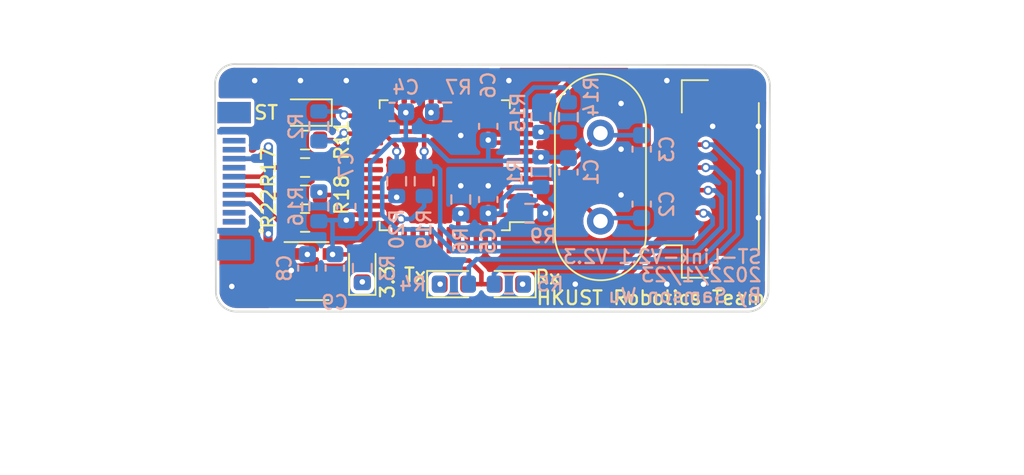
<source format=kicad_pcb>
(kicad_pcb (version 20211014) (generator pcbnew)
  (layers (0 "F.Cu" signal) (31 "B.Cu" signal) (34 "B.Paste" user) (35 "F.Paste" user) (36 "B.SilkS" user "B.Silkscreen") (37 "F.SilkS" user "F.Silkscreen") (38 "B.Mask" user) (39 "F.Mask" user) (44 "Edge.Cuts" user))
  (net 0 "")
  (net 1 "/NRST")
  (net 2 "GND")
  (net 3 "Net-(C2-Pad1)")
  (net 4 "Net-(C3-Pad1)")
  (net 5 "+3V3")
  (net 6 "+5V")
  (net 7 "Net-(D1-Pad1)")
  (net 8 "Net-(D2-Pad1)")
  (net 9 "Net-(D3-Pad1)")
  (net 10 "Net-(D5-Pad2)")
  (net 11 "/RXD")
  (net 12 "/TXD")
  (net 13 "/JTMS")
  (net 14 "/JTCK")
  (net 16 "Net-(P1-PadA7)")
  (net 17 "Net-(P1-PadA6)")
  (net 18 "Net-(P1-PadA5)")
  (net 19 "Net-(R2-Pad1)")
  (net 20 "Net-(R6-Pad1)")
  (net 21 "Net-(R7-Pad1)")
  (net 22 "Net-(R9-Pad1)")
  (net 23 "/LED_STLINK")
  (net 24 "Net-(R14-Pad1)")
  (net 25 "/D+")
  (net 26 "/D-")
  (net 27 "/ST_SWCLK")
  (net 28 "/ST_SWDIO")
  (footprint "HKUST_RT_BJT:LED_0603_1608Metric" (layer "F.Cu") (at 145.034 103.378 180)
    (fp_text reference "ST" (at 2.159 0) (layer "F.SilkS") (effects (font (size 0.762 0.762) (thickness 0.127))))
    (fp_text value "LED_Small")
    (pad "1" smd roundrect (at -0.7875 0 180) (size 0.875 0.95) (layers "F.Cu" "F.Paste" "F.Mask") (net 2 "GND"))
    (pad "2" smd roundrect (at 0.7875 0 180) (size 0.875 0.95) (layers "F.Cu" "F.Paste" "F.Mask") (net 10 "Net-(D5-Pad2)"))
  )
  (footprint "HKUST_RT_IC:LQFP-48_7x7mm_P0.5mm" (layer "F.Cu") (at 152.781 106.299 180)
    (fp_text reference "U1" hide)
    (fp_text value "STM32F103CBTx")
    (pad "1" smd roundrect locked (at -4.1625 -2.75 180) (size 1.475 0.3) (layers "F.Cu" "F.Paste" "F.Mask") (net 5 "+3V3"))
    (pad "2" smd roundrect locked (at -4.1625 -2.25 180) (size 1.475 0.3) (layers "F.Cu" "F.Paste" "F.Mask") (net 22 "Net-(R9-Pad1)"))
    (pad "3" smd roundrect locked (at -4.1625 -1.75 180) (size 1.475 0.3) (layers "F.Cu" "F.Paste" "F.Mask"))
    (pad "4" smd roundrect locked (at -4.1625 -1.25 180) (size 1.475 0.3) (layers "F.Cu" "F.Paste" "F.Mask"))
    (pad "5" smd roundrect locked (at -4.1625 -0.75 180) (size 1.475 0.3) (layers "F.Cu" "F.Paste" "F.Mask") (net 3 "Net-(C2-Pad1)"))
    (pad "6" smd roundrect locked (at -4.1625 -0.25 180) (size 1.475 0.3) (layers "F.Cu" "F.Paste" "F.Mask") (net 4 "Net-(C3-Pad1)"))
    (pad "7" smd roundrect locked (at -4.1625 0.25 180) (size 1.475 0.3) (layers "F.Cu" "F.Paste" "F.Mask") (net 1 "/NRST"))
    (pad "8" smd roundrect locked (at -4.1625 0.75 180) (size 1.475 0.3) (layers "F.Cu" "F.Paste" "F.Mask") (net 2 "GND"))
    (pad "9" smd roundrect locked (at -4.1625 1.25 180) (size 1.475 0.3) (layers "F.Cu" "F.Paste" "F.Mask") (net 5 "+3V3"))
    (pad "10" smd roundrect locked (at -4.1625 1.75 180) (size 1.475 0.3) (layers "F.Cu" "F.Paste" "F.Mask") (net 24 "Net-(R14-Pad1)"))
    (pad "11" smd roundrect locked (at -4.1625 2.25 180) (size 1.475 0.3) (layers "F.Cu" "F.Paste" "F.Mask"))
    (pad "12" smd roundrect locked (at -4.1625 2.75 180) (size 1.475 0.3) (layers "F.Cu" "F.Paste" "F.Mask") (net 12 "/TXD"))
    (pad "13" smd roundrect locked (at -2.75 4.1625 180) (size 0.3 1.475) (layers "F.Cu" "F.Paste" "F.Mask") (net 11 "/RXD"))
    (pad "14" smd roundrect locked (at -2.25 4.1625 180) (size 0.3 1.475) (layers "F.Cu" "F.Paste" "F.Mask"))
    (pad "15" smd roundrect locked (at -1.75 4.1625 180) (size 0.3 1.475) (layers "F.Cu" "F.Paste" "F.Mask") (net 14 "/JTCK"))
    (pad "16" smd roundrect locked (at -1.25 4.1625 180) (size 0.3 1.475) (layers "F.Cu" "F.Paste" "F.Mask"))
    (pad "17" smd roundrect locked (at -0.75 4.1625 180) (size 0.3 1.475) (layers "F.Cu" "F.Paste" "F.Mask"))
    (pad "18" smd roundrect locked (at -0.25 4.1625 180) (size 0.3 1.475) (layers "F.Cu" "F.Paste" "F.Mask"))
    (pad "19" smd roundrect locked (at 0.25 4.1625 180) (size 0.3 1.475) (layers "F.Cu" "F.Paste" "F.Mask"))
    (pad "20" smd roundrect locked (at 0.75 4.1625 180) (size 0.3 1.475) (layers "F.Cu" "F.Paste" "F.Mask") (net 21 "Net-(R7-Pad1)"))
    (pad "21" smd roundrect locked (at 1.25 4.1625 180) (size 0.3 1.475) (layers "F.Cu" "F.Paste" "F.Mask") (net 2 "GND"))
    (pad "22" smd roundrect locked (at 1.75 4.1625 180) (size 0.3 1.475) (layers "F.Cu" "F.Paste" "F.Mask"))
    (pad "23" smd roundrect locked (at 2.25 4.1625 180) (size 0.3 1.475) (layers "F.Cu" "F.Paste" "F.Mask") (net 2 "GND"))
    (pad "24" smd roundrect locked (at 2.75 4.1625 180) (size 0.3 1.475) (layers "F.Cu" "F.Paste" "F.Mask") (net 5 "+3V3"))
    (pad "25" smd roundrect locked (at 4.1625 2.75 180) (size 1.475 0.3) (layers "F.Cu" "F.Paste" "F.Mask") (net 19 "Net-(R2-Pad1)"))
    (pad "26" smd roundrect locked (at 4.1625 2.25 180) (size 1.475 0.3) (layers "F.Cu" "F.Paste" "F.Mask") (net 14 "/JTCK"))
    (pad "27" smd roundrect locked (at 4.1625 1.75 180) (size 1.475 0.3) (layers "F.Cu" "F.Paste" "F.Mask") (net 13 "/JTMS"))
    (pad "28" smd roundrect locked (at 4.1625 1.25 180) (size 1.475 0.3) (layers "F.Cu" "F.Paste" "F.Mask"))
    (pad "29" smd roundrect locked (at 4.1625 0.75 180) (size 1.475 0.3) (layers "F.Cu" "F.Paste" "F.Mask"))
    (pad "30" smd roundrect locked (at 4.1625 0.25 180) (size 1.475 0.3) (layers "F.Cu" "F.Paste" "F.Mask") (net 23 "/LED_STLINK"))
    (pad "31" smd roundrect locked (at 4.1625 -0.25 180) (size 1.475 0.3) (layers "F.Cu" "F.Paste" "F.Mask"))
    (pad "32" smd roundrect locked (at 4.1625 -0.75 180) (size 1.475 0.3) (layers "F.Cu" "F.Paste" "F.Mask") (net 26 "/D-"))
    (pad "33" smd roundrect locked (at 4.1625 -1.25 180) (size 1.475 0.3) (layers "F.Cu" "F.Paste" "F.Mask") (net 25 "/D+"))
    (pad "34" smd roundrect locked (at 4.1625 -1.75 180) (size 1.475 0.3) (layers "F.Cu" "F.Paste" "F.Mask") (net 28 "/ST_SWDIO"))
    (pad "35" smd roundrect locked (at 4.1625 -2.25 180) (size 1.475 0.3) (layers "F.Cu" "F.Paste" "F.Mask") (net 2 "GND"))
    (pad "36" smd roundrect locked (at 4.1625 -2.75 180) (size 1.475 0.3) (layers "F.Cu" "F.Paste" "F.Mask") (net 5 "+3V3"))
    (pad "37" smd roundrect locked (at 2.75 -4.1625 180) (size 0.3 1.475) (layers "F.Cu" "F.Paste" "F.Mask") (net 27 "/ST_SWCLK"))
    (pad "38" smd roundrect locked (at 2.25 -4.1625 180) (size 0.3 1.475) (layers "F.Cu" "F.Paste" "F.Mask"))
    (pad "39" smd roundrect locked (at 1.75 -4.1625 180) (size 0.3 1.475) (layers "F.Cu" "F.Paste" "F.Mask") (net 5 "+3V3"))
    (pad "40" smd roundrect locked (at 1.25 -4.1625 180) (size 0.3 1.475) (layers "F.Cu" "F.Paste" "F.Mask"))
    (pad "41" smd roundrect locked (at 0.75 -4.1625 180) (size 0.3 1.475) (layers "F.Cu" "F.Paste" "F.Mask"))
    (pad "42" smd roundrect locked (at 0.25 -4.1625 180) (size 0.3 1.475) (layers "F.Cu" "F.Paste" "F.Mask"))
    (pad "43" smd roundrect locked (at -0.25 -4.1625 180) (size 0.3 1.475) (layers "F.Cu" "F.Paste" "F.Mask"))
    (pad "44" smd roundrect locked (at -0.75 -4.1625 180) (size 0.3 1.475) (layers "F.Cu" "F.Paste" "F.Mask") (net 20 "Net-(R6-Pad1)"))
    (pad "45" smd roundrect locked (at -1.25 -4.1625 180) (size 0.3 1.475) (layers "F.Cu" "F.Paste" "F.Mask"))
    (pad "46" smd roundrect locked (at -1.75 -4.1625 180) (size 0.3 1.475) (layers "F.Cu" "F.Paste" "F.Mask"))
    (pad "47" smd roundrect locked (at -2.25 -4.1625 180) (size 0.3 1.475) (layers "F.Cu" "F.Paste" "F.Mask") (net 2 "GND"))
    (pad "48" smd roundrect locked (at -2.75 -4.1625 180) (size 0.3 1.475) (layers "F.Cu" "F.Paste" "F.Mask") (net 5 "+3V3"))
  )
  (footprint "HKUST_RT_BJT:LED_0603_1608Metric" (layer "F.Cu") (at 156.337 112.903 180)
    (fp_text reference "Rx" (at -2.159 0.381) (layer "F.SilkS") (effects (font (size 0.762 0.762) (thickness 0.127))))
    (fp_text value "RX")
    (pad "1" smd roundrect (at -0.7875 0 180) (size 0.875 0.95) (layers "F.Cu" "F.Paste" "F.Mask") (net 9 "Net-(D3-Pad1)"))
    (pad "2" smd roundrect (at 0.7875 0 180) (size 0.875 0.95) (layers "F.Cu" "F.Paste" "F.Mask") (net 5 "+3V3"))
  )
  (footprint "HKUST_RT_BJT:LED_0603_1608Metric" (layer "F.Cu") (at 148.209 112.014 90)
    (fp_text reference "3.3" (at -0.762 1.397 270) (layer "F.SilkS") (effects (font (size 0.762 0.762) (thickness 0.127))))
    (fp_text value "3.3V")
    (pad "1" smd roundrect (at -0.7875 0 90) (size 0.875 0.95) (layers "F.Cu" "F.Paste" "F.Mask") (net 7 "Net-(D1-Pad1)"))
    (pad "2" smd roundrect (at 0.7875 0 90) (size 0.875 0.95) (layers "F.Cu" "F.Paste" "F.Mask") (net 5 "+3V3"))
  )
  (footprint "HKUST_RT_CONN:JST_GH_SM06B-GHS-TB_1x06-1MP_P1.25mm_Horizontal" (layer "F.Cu") (at 167.64 107.061 90)
    (fp_text reference "J1" hide)
    (fp_text value "Conn_01x06")
    (pad "1" smd roundrect locked (at -3.125 -1.85 90) (size 0.6 1.7) (layers "F.Cu" "F.Paste" "F.Mask") (net 6 "+5V"))
    (pad "2" smd roundrect locked (at -1.875 -1.85 90) (size 0.6 1.7) (layers "F.Cu" "F.Paste" "F.Mask") (net 14 "/JTCK"))
    (pad "3" smd roundrect locked (at -0.625 -1.85 90) (size 0.6 1.7) (layers "F.Cu" "F.Paste" "F.Mask") (net 13 "/JTMS"))
    (pad "4" smd roundrect locked (at 0.625 -1.85 90) (size 0.6 1.7) (layers "F.Cu" "F.Paste" "F.Mask") (net 12 "/TXD"))
    (pad "5" smd roundrect locked (at 1.875 -1.85 90) (size 0.6 1.7) (layers "F.Cu" "F.Paste" "F.Mask") (net 11 "/RXD"))
    (pad "6" smd roundrect locked (at 3.125 -1.85 90) (size 0.6 1.7) (layers "F.Cu" "F.Paste" "F.Mask") (net 2 "GND"))
    (pad "MP" smd roundrect locked (at 4.975 1.35 90) (size 1 2.7) (layers "F.Cu" "F.Paste" "F.Mask"))
    (pad "MP" smd roundrect locked (at -4.975 1.35 90) (size 1 2.7) (layers "F.Cu" "F.Paste" "F.Mask"))
  )
  (footprint "HKUST_RT_BJT:LED_0603_1608Metric" (layer "F.Cu") (at 153.289 112.903)
    (fp_text reference "Tx" (at -2.159 -0.508) (layer "F.SilkS") (effects (font (size 0.762 0.762) (thickness 0.127))))
    (fp_text value "TX")
    (pad "1" smd roundrect (at -0.7875 0) (size 0.875 0.95) (layers "F.Cu" "F.Paste" "F.Mask") (net 8 "Net-(D2-Pad1)"))
    (pad "2" smd roundrect (at 0.7875 0) (size 0.875 0.95) (layers "F.Cu" "F.Paste" "F.Mask") (net 5 "+3V3"))
  )
  (footprint "HKUST_RT_RCL:R_0603_1608Metric" (layer "F.Cu") (at 145.034 104.902)
    (fp_text reference "R11" (at 2.032 0 90) (layer "F.SilkS") (effects (font (size 0.762 0.762) (thickness 0.127))))
    (fp_text value "1.5k")
    (pad "1" smd roundrect (at -0.825 0) (size 0.8 0.95) (layers "F.Cu" "F.Paste" "F.Mask") (net 10 "Net-(D5-Pad2)"))
    (pad "2" smd roundrect (at 0.825 0) (size 0.8 0.95) (layers "F.Cu" "F.Paste" "F.Mask") (net 23 "/LED_STLINK"))
  )
  (footprint "HKUST_RT_RCL:R_0603_1608Metric" (layer "F.Cu") (at 145.034 106.426 180)
    (fp_text reference "R17" (at 2.032 0 90) (layer "F.SilkS") (effects (font (size 0.762 0.762) (thickness 0.127))))
    (fp_text value "22R")
    (pad "1" smd roundrect (at -0.825 0 180) (size 0.8 0.95) (layers "F.Cu" "F.Paste" "F.Mask") (net 26 "/D-"))
    (pad "2" smd roundrect (at 0.825 0 180) (size 0.8 0.95) (layers "F.Cu" "F.Paste" "F.Mask") (net 16 "Net-(P1-PadA7)"))
  )
  (footprint "HKUST_RT_RCL:Crystal_HC49-4H_Vertical" (layer "F.Cu") (at 161.417 104.521 -90)
    (fp_text reference "Y1" hide)
    (fp_text value "Crystal_Small")
    (pad "1" thru_hole circle locked (at 0 0 270) (size 1.5 1.5) (drill 0.8) (layers *.Cu *.Mask) (net 4 "Net-(C3-Pad1)"))
    (pad "2" thru_hole circle locked (at 4.88 0 270) (size 1.5 1.5) (drill 0.8) (layers *.Cu *.Mask) (net 3 "Net-(C2-Pad1)"))
  )
  (footprint "HKUST_RT_RCL:R_0603_1608Metric" (layer "F.Cu") (at 145.034 109.474)
    (fp_text reference "R22" (at -2.032 -0.762 90) (layer "F.SilkS") (effects (font (size 0.762 0.762) (thickness 0.127))))
    (fp_text value "5.1k")
    (pad "1" smd roundrect (at -0.825 0) (size 0.8 0.95) (layers "F.Cu" "F.Paste" "F.Mask") (net 18 "Net-(P1-PadA5)"))
    (pad "2" smd roundrect (at 0.825 0) (size 0.8 0.95) (layers "F.Cu" "F.Paste" "F.Mask") (net 2 "GND"))
  )
  (footprint "HKUST_RT_RCL:R_0603_1608Metric" (layer "F.Cu") (at 145.034 107.95 180)
    (fp_text reference "R18" (at -2.032 0 90) (layer "F.SilkS") (effects (font (size 0.762 0.762) (thickness 0.127))))
    (fp_text value "22R")
    (pad "1" smd roundrect (at -0.825 0 180) (size 0.8 0.95) (layers "F.Cu" "F.Paste" "F.Mask") (net 25 "/D+"))
    (pad "2" smd roundrect (at 0.825 0 180) (size 0.8 0.95) (layers "F.Cu" "F.Paste" "F.Mask") (net 17 "Net-(P1-PadA6)"))
  )
  (footprint "HKUST_RT_CONN:USB_C_MALE" (layer "F.Cu") (at 141.097 107.188 -90)
    (fp_text reference "P1" hide)
    (fp_text value "USB_C_Plug_USB2.0")
    (pad "A1" smd rect locked (at 2.75 0 270) (size 0.3 1.85) (layers "F.Cu" "F.Paste" "F.Mask") (net 2 "GND"))
    (pad "A2" smd rect locked (at 2.25 0 270) (size 0.3 1.25) (layers "F.Cu" "F.Paste" "F.Mask"))
    (pad "A3" smd rect locked (at 1.75 0 270) (size 0.3 1.25) (layers "F.Cu" "F.Paste" "F.Mask"))
    (pad "A4" smd rect locked (at 1.25 0 270) (size 0.3 1.25) (layers "F.Cu" "F.Paste" "F.Mask") (net 6 "+5V"))
    (pad "A5" smd rect locked (at 0.75 0 270) (size 0.3 1.25) (layers "F.Cu" "F.Paste" "F.Mask") (net 18 "Net-(P1-PadA5)"))
    (pad "A6" smd rect locked (at 0.25 0 270) (size 0.3 1.25) (layers "F.Cu" "F.Paste" "F.Mask") (net 17 "Net-(P1-PadA6)"))
    (pad "A7" smd rect locked (at -0.25 0 270) (size 0.3 1.25) (layers "F.Cu" "F.Paste" "F.Mask") (net 16 "Net-(P1-PadA7)"))
    (pad "A8" smd rect locked (at -0.75 0 270) (size 0.3 1.25) (layers "F.Cu" "F.Paste" "F.Mask"))
    (pad "A9" smd rect locked (at -1.25 0 270) (size 0.3 1.25) (layers "F.Cu" "F.Paste" "F.Mask") (net 6 "+5V"))
    (pad "A10" smd rect locked (at -1.75 0 270) (size 0.3 1.25) (layers "F.Cu" "F.Paste" "F.Mask"))
    (pad "A11" smd rect locked (at -2.25 0 270) (size 0.3 1.25) (layers "F.Cu" "F.Paste" "F.Mask"))
    (pad "A12" smd rect locked (at -2.75 0 270) (size 0.3 1.85) (layers "F.Cu" "F.Paste" "F.Mask") (net 2 "GND"))
    (pad "B1" smd rect locked (at -2.75 0 270) (size 0.3 1.85) (layers "B.Cu" "B.Paste" "B.Mask") (net 2 "GND"))
    (pad "B2" smd rect locked (at -2.25 0 270) (size 0.3 1.25) (layers "B.Cu" "B.Paste" "B.Mask"))
    (pad "B3" smd rect locked (at -1.75 0 270) (size 0.3 1.25) (layers "B.Cu" "B.Paste" "B.Mask"))
    (pad "B4" smd rect locked (at -1.25 0 270) (size 0.3 1.25) (layers "B.Cu" "B.Paste" "B.Mask") (net 6 "+5V"))
    (pad "B5" smd rect locked (at -0.75 0 270) (size 0.3 1.25) (layers "B.Cu" "B.Paste" "B.Mask"))
    (pad "B6" smd rect locked (at -0.25 0 270) (size 0.3 1.25) (layers "B.Cu" "B.Paste" "B.Mask"))
    (pad "B7" smd rect locked (at 0.25 0 270) (size 0.3 1.25) (layers "B.Cu" "B.Paste" "B.Mask"))
    (pad "B8" smd rect locked (at 0.75 0 270) (size 0.3 1.25) (layers "B.Cu" "B.Paste" "B.Mask"))
    (pad "B9" smd rect locked (at 1.25 0 270) (size 0.3 1.25) (layers "B.Cu" "B.Paste" "B.Mask") (net 6 "+5V"))
    (pad "B10" smd rect locked (at 1.75 0 270) (size 0.3 1.25) (layers "B.Cu" "B.Paste" "B.Mask"))
    (pad "B11" smd rect locked (at 2.25 0 270) (size 0.3 1.25) (layers "B.Cu" "B.Paste" "B.Mask"))
    (pad "B12" smd rect locked (at 2.75 0 270) (size 0.3 1.85) (layers "B.Cu" "B.Paste" "B.Mask") (net 2 "GND"))
    (pad "S1" smd rect locked (at 3.81 0 270) (size 1.18 1.85) (layers "F.Cu" "F.Paste" "F.Mask") (net 2 "GND"))
    (pad "S2" smd rect locked (at -3.81 0 270) (size 1.18 1.85) (layers "F.Cu" "F.Paste" "F.Mask"))
    (pad "S3" smd rect locked (at 3.81 0 270) (size 1.18 1.85) (layers "B.Cu" "B.Paste" "B.Mask"))
    (pad "S4" smd rect locked (at -3.81 0 270) (size 1.18 1.85) (layers "B.Cu" "B.Paste" "B.Mask"))
  )
  (footprint "HKUST_RT_IC:SOT-23-5" (layer "F.Cu") (at 145.439 112.1765)
    (fp_text reference "U2" hide)
    (fp_text value "LP5907MFX-3.3")
    (pad "1" smd rect locked (at -1.1 -0.95) (size 1.06 0.65) (layers "F.Cu" "F.Paste" "F.Mask") (net 6 "+5V"))
    (pad "2" smd rect locked (at -1.1 0) (size 1.06 0.65) (layers "F.Cu" "F.Paste" "F.Mask") (net 2 "GND"))
    (pad "3" smd rect locked (at -1.1 0.95) (size 1.06 0.65) (layers "F.Cu" "F.Paste" "F.Mask") (net 6 "+5V"))
    (pad "4" smd rect locked (at 1.1 0.95) (size 1.06 0.65) (layers "F.Cu" "F.Paste" "F.Mask"))
    (pad "5" smd rect locked (at 1.1 -0.95) (size 1.06 0.65) (layers "F.Cu" "F.Paste" "F.Mask") (net 5 "+3V3"))
  )
  (footprint "HKUST_RT_RCL:R_0603_1608Metric" (layer "B.Cu") (at 145.796 108.584 90)
    (fp_text reference "R16" (at 0 -1.27 90) (layer "B.SilkS") (effects (font (size 0.762 0.762) (thickness 0.127)) (justify mirror)))
    (fp_text value "1.5k")
    (pad "1" smd roundrect (at -0.825 0 90) (size 0.8 0.95) (layers "B.Cu" "B.Paste" "B.Mask") (net 5 "+3V3"))
    (pad "2" smd roundrect (at 0.825 0 90) (size 0.8 0.95) (layers "B.Cu" "B.Paste" "B.Mask") (net 25 "/D+"))
  )
  (footprint "HKUST_RT_RCL:C_0603_1608Metric" (layer "B.Cu") (at 155.194 104.14 90)
    (fp_text reference "C6" (at 2.286 0 90) (layer "B.SilkS") (effects (font (size 0.762 0.762) (thickness 0.127)) (justify mirror)))
    (fp_text value "100nF")
    (pad "1" smd roundrect (at -0.775 0 90) (size 0.9 0.95) (layers "B.Cu" "B.Paste" "B.Mask") (net 5 "+3V3"))
    (pad "2" smd roundrect (at 0.775 0 90) (size 0.9 0.95) (layers "B.Cu" "B.Paste" "B.Mask") (net 2 "GND"))
  )
  (footprint "HKUST_RT_RCL:R_0603_1608Metric" (layer "B.Cu") (at 159.639 103.632 90)
    (fp_text reference "R14" (at 1.143 1.27 90) (layer "B.SilkS") (effects (font (size 0.762 0.762) (thickness 0.127)) (justify mirror)))
    (fp_text value "10k")
    (pad "1" smd roundrect (at -0.825 0 90) (size 0.8 0.95) (layers "B.Cu" "B.Paste" "B.Mask") (net 24 "Net-(R14-Pad1)"))
    (pad "2" smd roundrect (at 0.825 0 90) (size 0.8 0.95) (layers "B.Cu" "B.Paste" "B.Mask") (net 5 "+3V3"))
  )
  (footprint "HKUST_RT_RCL:C_0603_1608Metric" (layer "B.Cu") (at 145.161 112.014 -90)
    (fp_text reference "C8" (at 0 1.27 90) (layer "B.SilkS") (effects (font (size 0.762 0.762) (thickness 0.127)) (justify mirror)))
    (fp_text value "1uF")
    (pad "1" smd roundrect (at -0.775 0 270) (size 0.9 0.95) (layers "B.Cu" "B.Paste" "B.Mask") (net 6 "+5V"))
    (pad "2" smd roundrect (at 0.775 0 270) (size 0.9 0.95) (layers "B.Cu" "B.Paste" "B.Mask") (net 2 "GND"))
  )
  (footprint "HKUST_RT_RCL:C_0603_1608Metric" (layer "B.Cu") (at 149.86 103.34 180)
    (fp_text reference "C4" (at -0.762 1.359) (layer "B.SilkS") (effects (font (size 0.762 0.762) (thickness 0.127)) (justify mirror)))
    (fp_text value "100nF")
    (pad "1" smd roundrect (at -0.775 0 180) (size 0.9 0.95) (layers "B.Cu" "B.Paste" "B.Mask") (net 5 "+3V3"))
    (pad "2" smd roundrect (at 0.775 0 180) (size 0.9 0.95) (layers "B.Cu" "B.Paste" "B.Mask") (net 2 "GND"))
  )
  (footprint "HKUST_RT_RCL:R_0603_1608Metric" (layer "B.Cu") (at 148.209 112.014 -90)
    (fp_text reference "R3" (at 0 -1.397 90) (layer "B.SilkS") (effects (font (size 0.762 0.762) (thickness 0.127)) (justify mirror)))
    (fp_text value "1.5k")
    (pad "1" smd roundrect (at -0.825 0 270) (size 0.8 0.95) (layers "B.Cu" "B.Paste" "B.Mask") (net 2 "GND"))
    (pad "2" smd roundrect (at 0.825 0 270) (size 0.8 0.95) (layers "B.Cu" "B.Paste" "B.Mask") (net 7 "Net-(D1-Pad1)"))
  )
  (footprint "HKUST_RT_RCL:R_0603_1608Metric" (layer "B.Cu") (at 151.638 107.188 90)
    (fp_text reference "R19" (at -2.667 0 90) (layer "B.SilkS") (effects (font (size 0.762 0.762) (thickness 0.127)) (justify mirror)))
    (fp_text value "0R")
    (pad "1" smd roundrect (at -0.825 0 90) (size 0.8 0.95) (layers "B.Cu" "B.Paste" "B.Mask") (net 27 "/ST_SWCLK"))
    (pad "2" smd roundrect (at 0.825 0 90) (size 0.8 0.95) (layers "B.Cu" "B.Paste" "B.Mask") (net 14 "/JTCK"))
  )
  (footprint "HKUST_RT_RCL:C_0603_1608Metric" (layer "B.Cu") (at 163.703 108.458 90)
    (fp_text reference "C2" (at 0 1.397 90) (layer "B.SilkS") (effects (font (size 0.762 0.762) (thickness 0.127)) (justify mirror)))
    (fp_text value "22pF")
    (pad "1" smd roundrect (at -0.775 0 90) (size 0.9 0.95) (layers "B.Cu" "B.Paste" "B.Mask") (net 3 "Net-(C2-Pad1)"))
    (pad "2" smd roundrect (at 0.775 0 90) (size 0.9 0.95) (layers "B.Cu" "B.Paste" "B.Mask") (net 2 "GND"))
  )
  (footprint "HKUST_RT_RCL:R_0603_1608Metric" (layer "B.Cu") (at 158.115 106.68 -90)
    (fp_text reference "R1" (at 0 1.43 90) (layer "B.SilkS") (effects (font (size 0.762 0.762) (thickness 0.127)) (justify mirror)))
    (fp_text value "10k")
    (pad "1" smd roundrect (at -0.825 0 270) (size 0.8 0.95) (layers "B.Cu" "B.Paste" "B.Mask") (net 1 "/NRST"))
    (pad "2" smd roundrect (at 0.825 0 270) (size 0.8 0.95) (layers "B.Cu" "B.Paste" "B.Mask") (net 5 "+3V3"))
  )
  (footprint "HKUST_RT_RCL:R_0603_1608Metric" (layer "B.Cu") (at 157.48 108.966 180)
    (fp_text reference "R9" (at -0.762 -1.27) (layer "B.SilkS") (effects (font (size 0.762 0.762) (thickness 0.127)) (justify mirror)))
    (fp_text value "10k")
    (pad "1" smd roundrect (at -0.825 0 180) (size 0.8 0.95) (layers "B.Cu" "B.Paste" "B.Mask") (net 22 "Net-(R9-Pad1)"))
    (pad "2" smd roundrect (at 0.825 0 180) (size 0.8 0.95) (layers "B.Cu" "B.Paste" "B.Mask") (net 2 "GND"))
  )
  (footprint "HKUST_RT_RCL:C_0603_1608Metric" (layer "B.Cu") (at 159.639 106.68 -90)
    (fp_text reference "C1" (at 0 -1.27 90) (layer "B.SilkS") (effects (font (size 0.762 0.762) (thickness 0.127)) (justify mirror)))
    (fp_text value "100nF")
    (pad "1" smd roundrect (at -0.775 0 270) (size 0.9 0.95) (layers "B.Cu" "B.Paste" "B.Mask") (net 1 "/NRST"))
    (pad "2" smd roundrect (at 0.775 0 270) (size 0.9 0.95) (layers "B.Cu" "B.Paste" "B.Mask") (net 2 "GND"))
  )
  (footprint "HKUST_RT_RCL:C_0603_1608Metric" (layer "B.Cu") (at 163.703 105.41 -90)
    (fp_text reference "C3" (at 0 -1.397 90) (layer "B.SilkS") (effects (font (size 0.762 0.762) (thickness 0.127)) (justify mirror)))
    (fp_text value "22pF")
    (pad "1" smd roundrect (at -0.775 0 270) (size 0.9 0.95) (layers "B.Cu" "B.Paste" "B.Mask") (net 4 "Net-(C3-Pad1)"))
    (pad "2" smd roundrect (at 0.775 0 270) (size 0.9 0.95) (layers "B.Cu" "B.Paste" "B.Mask") (net 2 "GND"))
  )
  (footprint "HKUST_RT_RCL:R_0603_1608Metric" (layer "B.Cu") (at 153.289 112.903 180)
    (fp_text reference "R4" (at 2.286 0) (layer "B.SilkS") (effects (font (size 0.762 0.762) (thickness 0.127)) (justify mirror)))
    (fp_text value "680R")
    (pad "1" smd roundrect (at -0.825 0 180) (size 0.8 0.95) (layers "B.Cu" "B.Paste" "B.Mask") (net 12 "/TXD"))
    (pad "2" smd roundrect (at 0.825 0 180) (size 0.8 0.95) (layers "B.Cu" "B.Paste" "B.Mask") (net 8 "Net-(D2-Pad1)"))
  )
  (footprint "HKUST_RT_RCL:R_0603_1608Metric" (layer "B.Cu") (at 153.67 108.204 90)
    (fp_text reference "R6" (at -2.286 0 90) (layer "B.SilkS") (effects (font (size 0.762 0.762) (thickness 0.127)) (justify mirror)))
    (fp_text value "10k")
    (pad "1" smd roundrect (at -0.825 0 90) (size 0.8 0.95) (layers "B.Cu" "B.Paste" "B.Mask") (net 20 "Net-(R6-Pad1)"))
    (pad "2" smd roundrect (at 0.825 0 90) (size 0.8 0.95) (layers "B.Cu" "B.Paste" "B.Mask") (net 2 "GND"))
  )
  (footprint "HKUST_RT_RCL:R_0603_1608Metric" (layer "B.Cu") (at 158.115 103.632 -90)
    (fp_text reference "R15" (at -0.254 1.27 90) (layer "B.SilkS") (effects (font (size 0.762 0.762) (thickness 0.127)) (justify mirror)))
    (fp_text value "10k")
    (pad "1" smd roundrect (at -0.825 0 270) (size 0.8 0.95) (layers "B.Cu" "B.Paste" "B.Mask") (net 2 "GND"))
    (pad "2" smd roundrect (at 0.825 0 270) (size 0.8 0.95) (layers "B.Cu" "B.Paste" "B.Mask") (net 24 "Net-(R14-Pad1)"))
  )
  (footprint "HKUST_RT_RCL:R_0603_1608Metric" (layer "B.Cu") (at 152.908 103.34)
    (fp_text reference "R7" (at 0.635 -1.359) (layer "B.SilkS") (effects (font (size 0.762 0.762) (thickness 0.127)) (justify mirror)))
    (fp_text value "10k")
    (pad "1" smd roundrect (at -0.825 0) (size 0.8 0.95) (layers "B.Cu" "B.Paste" "B.Mask") (net 21 "Net-(R7-Pad1)"))
    (pad "2" smd roundrect (at 0.825 0) (size 0.8 0.95) (layers "B.Cu" "B.Paste" "B.Mask") (net 2 "GND"))
  )
  (footprint "HKUST_RT_RCL:C_0603_1608Metric" (layer "B.Cu") (at 147.32 108.584 90)
    (fp_text reference "C7" (at 2.285 0 90) (layer "B.SilkS") (effects (font (size 0.762 0.762) (thickness 0.127)) (justify mirror)))
    (fp_text value "100nF")
    (pad "1" smd roundrect (at -0.775 0 90) (size 0.9 0.95) (layers "B.Cu" "B.Paste" "B.Mask") (net 5 "+3V3"))
    (pad "2" smd roundrect (at 0.775 0 90) (size 0.9 0.95) (layers "B.Cu" "B.Paste" "B.Mask") (net 2 "GND"))
  )
  (footprint "HKUST_RT_RCL:R_0603_1608Metric" (layer "B.Cu") (at 150.114 107.188 90)
    (fp_text reference "R20" (at -2.667 0 90) (layer "B.SilkS") (effects (font (size 0.762 0.762) (thickness 0.127)) (justify mirror)))
    (fp_text value "0R")
    (pad "1" smd roundrect (at -0.825 0 90) (size 0.8 0.95) (layers "B.Cu" "B.Paste" "B.Mask") (net 28 "/ST_SWDIO"))
    (pad "2" smd roundrect (at 0.825 0 90) (size 0.8 0.95) (layers "B.Cu" "B.Paste" "B.Mask") (net 13 "/JTMS"))
  )
  (footprint "HKUST_RT_RCL:R_0603_1608Metric" (layer "B.Cu") (at 145.796 104.14 -90)
    (fp_text reference "R2" (at 0 1.27 90) (layer "B.SilkS") (effects (font (size 0.762 0.762) (thickness 0.127)) (justify mirror)))
    (fp_text value "100R")
    (pad "1" smd roundrect (at -0.825 0 270) (size 0.8 0.95) (layers "B.Cu" "B.Paste" "B.Mask") (net 19 "Net-(R2-Pad1)"))
    (pad "2" smd roundrect (at 0.825 0 270) (size 0.8 0.95) (layers "B.Cu" "B.Paste" "B.Mask") (net 13 "/JTMS"))
  )
  (footprint "HKUST_RT_RCL:R_0603_1608Metric" (layer "B.Cu") (at 156.337 112.903)
    (fp_text reference "R5" (at 2.286 0) (layer "B.SilkS") (effects (font (size 0.762 0.762) (thickness 0.127)) (justify mirror)))
    (fp_text value "680R")
    (pad "1" smd roundrect (at -0.825 0) (size 0.8 0.95) (layers "B.Cu" "B.Paste" "B.Mask") (net 11 "/RXD"))
    (pad "2" smd roundrect (at 0.825 0) (size 0.8 0.95) (layers "B.Cu" "B.Paste" "B.Mask") (net 9 "Net-(D3-Pad1)"))
  )
  (footprint "HKUST_RT_RCL:C_0603_1608Metric" (layer "B.Cu") (at 146.685 112.014 -90)
    (fp_text reference "C9" (at 1.905 0) (layer "B.SilkS") (effects (font (size 0.762 0.762) (thickness 0.127)) (justify mirror)))
    (fp_text value "1uF")
    (pad "1" smd roundrect (at -0.775 0 270) (size 0.9 0.95) (layers "B.Cu" "B.Paste" "B.Mask") (net 5 "+3V3"))
    (pad "2" smd roundrect (at 0.775 0 270) (size 0.9 0.95) (layers "B.Cu" "B.Paste" "B.Mask") (net 2 "GND"))
  )
  (footprint "HKUST_RT_RCL:C_0603_1608Metric" (layer "B.Cu") (at 155.194 108.204 90)
    (fp_text reference "C5" (at -2.286 0 90) (layer "B.SilkS") (effects (font (size 0.762 0.762) (thickness 0.127)) (justify mirror)))
    (fp_text value "100nF")
    (pad "1" smd roundrect (at -0.775 0 90) (size 0.9 0.95) (layers "B.Cu" "B.Paste" "B.Mask") (net 5 "+3V3"))
    (pad "2" smd roundrect (at 0.775 0 90) (size 0.9 0.95) (layers "B.Cu" "B.Paste" "B.Mask") (net 2 "GND"))
  )
  (gr_line (start 170.734223 113.284) (end 170.815 101.877112) (layer "Edge.Cuts") (width 0.1))
  (gr_line (start 141.224 114.427) (end 169.591223 114.427) (layer "Edge.Cuts") (width 0.1))
  (gr_arc (start 170.734223 113.284) (mid 170.399446 114.092223) (end 169.591223 114.427) (layer "Edge.Cuts") (width 0.1))
  (gr_line (start 140.088062 113.411) (end 140.040611 101.773223) (layer "Edge.Cuts") (width 0.1))
  (gr_arc (start 141.224 114.427) (mid 140.461949 114.135896) (end 140.088062 113.410863) (layer "Edge.Cuts") (width 0.1))
  (gr_line (start 169.672 100.734112) (end 141.224 100.687889) (layer "Edge.Cuts") (width 0.1))
  (gr_arc (start 140.040611 101.773223) (mid 140.393669 100.97036) (end 141.224 100.687889) (layer "Edge.Cuts") (width 0.1))
  (gr_arc (start 169.672 100.734112) (mid 170.480223 101.068889) (end 170.815 101.877112) (layer "Edge.Cuts") (width 0.1))
  (gr_text "By Samson Wu" (at 166.097857 113.538) (layer "B.SilkS") (effects (font (size 0.762 0.762) (thickness 0.127)) (justify mirror)))
  (gr_text "ST-Link-V2.1 V2.3\n" (at 164.846 111.379) (layer "B.SilkS") (effects (font (size 0.762 0.762) (thickness 0.127)) (justify mirror)))
  (gr_text "2022/1/23" (at 167.005 112.395) (layer "B.SilkS") (effects (font (size 0.762 0.762) (thickness 0.127)) (justify mirror)))
  (gr_text "HKUST Robotics Team" (at 164.211 113.665) (layer "F.SilkS") (effects (font (size 0.762 0.762) (thickness 0.127))))
  (segment (start 157.921 106.049) (end 158.115 105.855) (width 0.254) (layer "F.Cu") (net 1))
  (segment (start 156.9435 106.049) (end 157.921 106.049) (width 0.254) (layer "F.Cu") (net 1))
  (via (at 158.115 105.855) (size 0.508) (drill 0.3048) (layers "F.Cu" "B.Cu") (net 1))
  (segment (start 159.589 105.855) (end 159.639 105.905) (width 0.254) (layer "B.Cu") (net 1))
  (segment (start 158.115 105.855) (end 159.589 105.855) (width 0.254) (layer "B.Cu") (net 1))
  (via (at 170.18 109.22) (size 0.508) (drill 0.3048) (layers "F.Cu" "B.Cu") (net 2))
  (via (at 162.56 105.41) (size 0.508) (drill 0.3048) (layers "F.Cu" "B.Cu") (net 2))
  (via (at 140.97 113.03) (size 0.508) (drill 0.3048) (layers "F.Cu" "B.Cu") (net 2))
  (via (at 155.194 107.442) (size 0.508) (drill 0.3048) (layers "F.Cu" "B.Cu") (net 2))
  (via (at 160.02 112.903) (size 0.508) (drill 0.3048) (layers "F.Cu" "B.Cu") (net 2))
  (via (at 170.18 106.68) (size 0.508) (drill 0.3048) (layers "F.Cu" "B.Cu") (net 2))
  (via (at 167.132 112.903) (size 0.508) (drill 0.3048) (layers "F.Cu" "B.Cu") (net 2))
  (via (at 162.56 107.95) (size 0.508) (drill 0.3048) (layers "F.Cu" "B.Cu") (net 2))
  (via (at 153.67 107.442) (size 0.508) (drill 0.3048) (layers "F.Cu" "B.Cu") (net 2))
  (via (at 142.24 101.6) (size 0.508) (drill 0.3048) (layers "F.Cu" "B.Cu") (net 2))
  (via (at 165.1 112.903) (size 0.508) (drill 0.3048) (layers "F.Cu" "B.Cu") (net 2))
  (via (at 162.56 102.87) (size 0.508) (drill 0.3048) (layers "F.Cu" "B.Cu") (net 2))
  (via (at 144.272 112.141) (size 0.508) (drill 0.3048) (layers "F.Cu" "B.Cu") (net 2))
  (via (at 147.32 101.6) (size 0.508) (drill 0.3048) (layers "F.Cu" "B.Cu") (net 2))
  (via (at 167.64 104.14) (size 0.508) (drill 0.3048) (layers "F.Cu" "B.Cu") (net 2))
  (via (at 170.18 104.14) (size 0.508) (drill 0.3048) (layers "F.Cu" "B.Cu") (net 2))
  (via (at 165.1 101.6) (size 0.508) (drill 0.3048) (layers "F.Cu" "B.Cu") (net 2))
  (via (at 144.78 101.6) (size 0.508) (drill 0.3048) (layers "F.Cu" "B.Cu") (net 2))
  (via (at 156.337 101.6) (size 0.508) (drill 0.3048) (layers "F.Cu" "B.Cu") (net 2))
  (via (at 153.67 104.648) (size 0.508) (drill 0.3048) (layers "F.Cu" "B.Cu") (net 2))
  (segment (start 161.417 109.401) (end 159.065 107.049) (width 0.254) (layer "F.Cu") (net 3))
  (segment (start 159.065 107.049) (end 156.9435 107.049) (width 0.254) (layer "F.Cu") (net 3))
  (segment (start 163.703 109.233) (end 161.585 109.233) (width 0.254) (layer "B.Cu") (net 3))
  (segment (start 161.585 109.233) (end 161.417 109.401) (width 0.254) (layer "B.Cu") (net 3))
  (segment (start 159.389 106.549) (end 161.417 104.521) (width 0.254) (layer "F.Cu") (net 4))
  (segment (start 156.9435 106.549) (end 159.389 106.549) (width 0.254) (layer "F.Cu") (net 4))
  (segment (start 161.531 104.635) (end 161.417 104.521) (width 0.254) (layer "B.Cu") (net 4))
  (segment (start 163.703 104.635) (end 161.531 104.635) (width 0.254) (layer "B.Cu") (net 4))
  (segment (start 154.813 112.903) (end 155.531 112.903) (width 0.254) (layer "F.Cu") (net 5))
  (segment (start 149.31348 111.59448) (end 151.09148 111.59448) (width 0.254) (layer "F.Cu") (net 5))
  (segment (start 150.622 103.378) (end 150.46858 103.378) (width 0.254) (layer "F.Cu") (net 5))
  (segment (start 147.618 109.049) (end 147.32 109.347) (width 0.254) (layer "F.Cu") (net 5))
  (segment (start 155.531 110.4615) (end 155.531 109.049) (width 0.254) (layer "F.Cu") (net 5))
  (segment (start 148.9455 111.2265) (end 149.31348 111.59448) (width 0.254) (layer "F.Cu") (net 5))
  (segment (start 148.6185 109.049) (end 147.618 109.049) (width 0.254) (layer "F.Cu") (net 5))
  (segment (start 154.0765 112.903) (end 154.813 112.903) (width 0.254) (layer "F.Cu") (net 5))
  (segment (start 156.9435 105.049) (end 155.341 105.049) (width 0.254) (layer "F.Cu") (net 5))
  (segment (start 151.09148 111.59448) (end 154.13948 111.59448) (width 0.254) (layer "F.Cu") (net 5))
  (segment (start 150.46858 103.378) (end 150.031 102.94042) (width 0.254) (layer "F.Cu") (net 5))
  (segment (start 155.341 105.049) (end 155.194 104.902) (width 0.254) (layer "F.Cu") (net 5))
  (segment (start 146.558 111.252) (end 148.1835 111.252) (width 0.254) (layer "F.Cu") (net 5))
  (segment (start 155.194 108.966) (end 155.277 109.049) (width 0.254) (layer "F.Cu") (net 5))
  (segment (start 156.9435 109.049) (end 155.531 109.049) (width 0.254) (layer "F.Cu") (net 5))
  (segment (start 154.813 112.268) (end 154.813 112.903) (width 0.254) (layer "F.Cu") (net 5))
  (segment (start 154.13948 111.59448) (end 154.813 112.268) (width 0.254) (layer "F.Cu") (net 5))
  (segment (start 148.1835 111.252) (end 148.209 111.2265) (width 0.254) (layer "F.Cu") (net 5))
  (segment (start 151.031 110.4615) (end 151.031 111.534) (width 0.254) (layer "F.Cu") (net 5))
  (segment (start 151.031 111.534) (end 151.09148 111.59448) (width 0.254) (layer "F.Cu") (net 5))
  (segment (start 148.209 111.2265) (end 148.9455 111.2265) (width 0.254) (layer "F.Cu") (net 5))
  (segment (start 150.031 102.94042) (end 150.031 102.1365) (width 0.254) (layer "F.Cu") (net 5))
  (segment (start 155.277 109.049) (end 155.531 109.049) (width 0.254) (layer "F.Cu") (net 5))
  (via (at 155.194 104.902) (size 0.508) (drill 0.3048) (layers "F.Cu" "B.Cu") (net 5))
  (via (at 150.622 103.378) (size 0.508) (drill 0.3048) (layers "F.Cu" "B.Cu") (net 5))
  (via (at 147.32 109.347) (size 0.508) (drill 0.3048) (layers "F.Cu" "B.Cu") (net 5))
  (via (at 155.194 108.966) (size 0.508) (drill 0.3048) (layers "F.Cu" "B.Cu") (net 5))
  (via (at 146.558 111.252) (size 0.508) (drill 0.3048) (layers "F.Cu" "B.Cu") (net 5))
  (segment (start 148.64548 106.185967) (end 148.645481 106.867441) (width 0.254) (layer "B.Cu") (net 5))
  (segment (start 150.622 103.378) (end 150.622 104.14) (width 0.254) (layer "B.Cu") (net 5))
  (segment (start 152.97952 106.058967) (end 155.334967 106.058967) (width 0.254) (layer "B.Cu") (net 5))
  (segment (start 155.92948 108.23052) (end 156.655 107.505) (width 0.254) (layer "B.Cu") (net 5))
  (segment (start 157.289 106.108) (end 157.289 107.505) (width 0.254) (layer "B.Cu") (net 5))
  (segment (start 157.722803 101.981) (end 157.289 102.414803) (width 0.254) (layer "B.Cu") (net 5))
  (segment (start 159.385 101.981) (end 157.722803 101.981) (width 0.254) (layer "B.Cu") (net 5))
  (segment (start 151.822553 104.902) (end 150.622 104.902) (width 0.254) (layer "B.Cu") (net 5))
  (segment (start 147.32 109.347) (end 146.431 109.347) (width 0.254) (layer "B.Cu") (net 5))
  (segment (start 159.639 102.807) (end 159.639 102.235) (width 0.254) (layer "B.Cu") (net 5))
  (segment (start 155.194 104.915) (end 155.194 105.918) (width 0.254) (layer "B.Cu") (net 5))
  (segment (start 159.639 102.235) (end 159.385 101.981) (width 0.254) (layer "B.Cu") (net 5))
  (segment (start 146.558 111.252) (end 146.558 110.363) (width 0.254) (layer "B.Cu") (net 5))
  (segment (start 158.115 107.505) (end 157.289 107.505) (width 0.254) (layer "B.Cu") (net 5))
  (segment (start 155.92948 108.86552) (end 155.92948 108.23052) (width 0.254) (layer "B.Cu") (net 5))
  (segment (start 155.334967 106.058967) (end 157.239967 106.058967) (width 0.254) (layer "B.Cu") (net 5))
  (segment (start 152.97952 106.058967) (end 151.822553 104.902) (width 0.254) (layer "B.Cu") (net 5))
  (segment (start 146.558 109.474) (end 146.431 109.347) (width 0.254) (layer "B.Cu") (net 5))
  (segment (start 148.645481 106.867441) (end 148.645481 109.672519) (width 0.254) (layer "B.Cu") (net 5))
  (segment (start 146.431 109.347) (end 145.858 109.347) (width 0.254) (layer "B.Cu") (net 5))
  (segment (start 150.622 104.14) (end 150.622 104.902) (width 0.254) (layer "B.Cu") (net 5))
  (segment (start 146.558 110.363) (end 146.558 110.109) (width 0.254) (layer "B.Cu") (net 5))
  (segment (start 155.816 108.979) (end 155.92948 108.86552) (width 0.254) (layer "B.Cu") (net 5))
  (segment (start 147.955 110.363) (end 146.558 110.363) (width 0.254) (layer "B.Cu") (net 5))
  (segment (start 148.645481 109.672519) (end 147.955 110.363) (width 0.254) (layer "B.Cu") (net 5))
  (segment (start 145.858 109.347) (end 145.796 109.409) (width 0.254) (layer "B.Cu") (net 5))
  (segment (start 156.655 107.505) (end 157.289 107.505) (width 0.254) (layer "B.Cu") (net 5))
  (segment (start 149.929447 104.902) (end 148.64548 106.185967) (width 0.254) (layer "B.Cu") (net 5))
  (segment (start 155.194 108.979) (end 155.816 108.979) (width 0.254) (layer "B.Cu") (net 5))
  (segment (start 146.558 110.109) (end 146.558 109.474) (width 0.254) (layer "B.Cu") (net 5))
  (segment (start 157.239967 106.058967) (end 157.289 106.108) (width 0.254) (layer "B.Cu") (net 5))
  (segment (start 150.622 104.902) (end 149.929447 104.902) (width 0.254) (layer "B.Cu") (net 5))
  (segment (start 157.289 102.414803) (end 157.289 106.108) (width 0.254) (layer "B.Cu") (net 5))
  (segment (start 144.339 113.1265) (end 143.1085 113.1265) (width 0.508) (layer "F.Cu") (net 6))
  (segment (start 143.622011 113.904011) (end 161.304989 113.904011) (width 0.508) (layer "F.Cu") (net 6))
  (segment (start 141.96104 108.438) (end 142.9765 109.45346) (width 0.254) (layer "F.Cu") (net 6))
  (segment (start 142.9765 111.2265) (end 142.9765 109.633066) (width 0.508) (layer "F.Cu") (net 6))
  (segment (start 142.347 105.938) (end 143.002 105.283) (width 0.254) (layer "F.Cu") (net 6))
  (segment (start 142.9765 111.2265) (end 142.9765 113.2585) (width 0.508) (layer "F.Cu") (net 6))
  (segment (start 142.9765 109.45346) (end 142.9765 109.633066) (width 0.254) (layer "F.Cu") (net 6))
  (segment (start 141.097 105.938) (end 142.347 105.938) (width 0.254) (layer "F.Cu") (net 6))
  (segment (start 144.339 111.2265) (end 145.1355 111.2265) (width 0.508) (layer "F.Cu") (net 6))
  (segment (start 145.1355 111.2265) (end 145.161 111.252) (width 0.508) (layer "F.Cu") (net 6))
  (segment (start 165.023 110.186) (end 165.79 110.186) (width 0.508) (layer "F.Cu") (net 6))
  (segment (start 142.9765 113.2585) (end 143.622011 113.904011) (width 0.508) (layer "F.Cu") (net 6))
  (segment (start 141.097 108.438) (end 141.96104 108.438) (width 0.254) (layer "F.Cu") (net 6))
  (segment (start 142.9765 111.2265) (end 144.339 111.2265) (width 0.508) (layer "F.Cu") (net 6))
  (segment (start 161.304989 113.904011) (end 165.023 110.186) (width 0.508) (layer "F.Cu") (net 6))
  (segment (start 143.1085 113.1265) (end 142.9765 113.2585) (width 0.254) (layer "F.Cu") (net 6))
  (via (at 145.161 111.252) (size 0.508) (drill 0.3048) (layers "F.Cu" "B.Cu") (net 6))
  (via (at 143.002 105.283) (size 0.508) (drill 0.3048) (layers "F.Cu" "B.Cu") (net 6))
  (via (at 143.002 110.109) (size 0.508) (drill 0.3048) (layers "F.Cu" "B.Cu") (net 6))
  (segment (start 142.24 105.918) (end 143.002 105.918) (width 0.508) (layer "B.Cu") (net 6))
  (segment (start 143.002 109.474) (end 143.002 106.593) (width 0.508) (layer "B.Cu") (net 6))
  (segment (start 141.966 108.438) (end 143.002 109.474) (width 0.254) (layer "B.Cu") (net 6))
  (segment (start 143.002 105.918) (end 143.002 106.593) (width 0.508) (layer "B.Cu") (net 6))
  (segment (start 141.097 105.938) (end 142.22 105.938) (width 0.254) (layer "B.Cu") (net 6))
  (segment (start 141.097 108.438) (end 141.966 108.438) (width 0.254) (layer "B.Cu") (net 6))
  (segment (start 143.002 105.283) (end 143.002 105.918) (width 0.508) (layer "B.Cu") (net 6))
  (segment (start 142.22 105.938) (end 142.24 105.918) (width 0.254) (layer "B.Cu") (net 6))
  (segment (start 143.002 109.474) (end 143.002 110.109) (width 0.508) (layer "B.Cu") (net 6))
  (via (at 148.209 112.776) (size 0.508) (drill 0.3048) (layers "F.Cu" "B.Cu") (net 7))
  (via (at 152.527 112.903) (size 0.508) (drill 0.3048) (layers "F.Cu" "B.Cu") (net 8))
  (via (at 157.099 112.903) (size 0.508) (drill 0.3048) (layers "F.Cu" "B.Cu") (net 9))
  (segment (start 144.209 104.902) (end 144.209 103.4155) (width 0.254) (layer "F.Cu") (net 10))
  (segment (start 144.209 103.4155) (end 144.2465 103.378) (width 0.254) (layer "F.Cu") (net 10))
  (segment (start 155.531 102.1365) (end 155.531 101.39) (width 0.254) (layer "F.Cu") (net 11))
  (segment (start 165.82 105.156) (end 165.79 105.186) (width 0.254) (layer "F.Cu") (net 11))
  (segment (start 155.531 101.39) (end 155.900511 101.020489) (width 0.254) (layer "F.Cu") (net 11))
  (segment (start 164.53652 102.68256) (end 164.53652 104.84652) (width 0.254) (layer "F.Cu") (net 11))
  (segment (start 167.259 105.156) (end 165.82 105.156) (width 0.254) (layer "F.Cu") (net 11))
  (segment (start 164.53652 104.84652) (end 164.876 105.186) (width 0.254) (layer "F.Cu") (net 11))
  (segment (start 162.874441 101.020481) (end 164.53652 102.68256) (width 0.254) (layer "F.Cu") (net 11))
  (segment (start 159.705561 101.02048) (end 162.874441 101.020481) (width 0.254) (layer "F.Cu") (net 11))
  (segment (start 155.900511 101.020489) (end 159.705551 101.020489) (width 0.254) (layer "F.Cu") (net 11))
  (segment (start 164.876 105.186) (end 165.79 105.186) (width 0.254) (layer "F.Cu") (net 11))
  (segment (start 159.705551 101.020489) (end 159.705561 101.02048) (width 0.254) (layer "F.Cu") (net 11))
  (via (at 167.259 105.156) (size 0.508) (drill 0.3048) (layers "F.Cu" "B.Cu") (net 11))
  (segment (start 167.64 105.156) (end 169.037 106.553) (width 0.254) (layer "B.Cu") (net 11))
  (segment (start 169.036998 110.109002) (end 167.17144 111.97456) (width 0.254) (layer "B.Cu") (net 11))
  (segment (start 166.58456 111.97456) (end 166.584559 111.974559) (width 0.254) (layer "B.Cu") (net 11))
  (segment (start 169.037 106.553) (end 169.036998 110.109002) (width 0.254) (layer "B.Cu") (net 11))
  (segment (start 167.259 105.156) (end 167.64 105.156) (width 0.254) (layer "B.Cu") (net 11))
  (segment (start 155.86844 111.97456) (end 155.512 112.331) (width 0.254) (layer "B.Cu") (net 11))
  (segment (start 166.584559 111.974559) (end 155.86844 111.97456) (width 0.254) (layer "B.Cu") (net 11))
  (segment (start 167.17144 111.97456) (end 166.58456 111.97456) (width 0.254) (layer "B.Cu") (net 11))
  (segment (start 155.512 112.331) (end 155.512 112.903) (width 0.254) (layer "B.Cu") (net 11))
  (segment (start 164.465 106.426) (end 165.78 106.426) (width 0.254) (layer "F.Cu") (net 12))
  (segment (start 165.78 106.426) (end 165.79 106.436) (width 0.254) (layer "F.Cu") (net 12))
  (segment (start 162.687 101.473) (end 164.084 102.87) (width 0.254) (layer "F.Cu") (net 12))
  (segment (start 165.8 106.426) (end 165.79 106.436) (width 0.254) (layer "F.Cu") (net 12))
  (segment (start 164.084 106.045) (end 164.465 106.426) (width 0.254) (layer "F.Cu") (net 12))
  (segment (start 156.9435 103.549) (end 157.817 103.549) (width 0.254) (layer "F.Cu") (net 12))
  (segment (start 159.893 101.473) (end 162.687 101.473) (width 0.254) (layer "F.Cu") (net 12))
  (segment (start 167.259 106.426) (end 165.8 106.426) (width 0.254) (layer "F.Cu") (net 12))
  (segment (start 164.084 102.87) (end 164.084 106.045) (width 0.254) (layer "F.Cu") (net 12))
  (segment (start 157.817 103.549) (end 159.893 101.473) (width 0.254) (layer "F.Cu") (net 12))
  (via (at 167.259 106.426) (size 0.508) (drill 0.3048) (layers "F.Cu" "B.Cu") (net 12))
  (segment (start 168.58448 107.24348) (end 168.584479 109.921561) (width 0.254) (layer "B.Cu") (net 12))
  (segment (start 167.767 106.426) (end 168.58448 107.24348) (width 0.254) (layer "B.Cu") (net 12))
  (segment (start 166.984002 111.522038) (end 166.365042 111.52204) (width 0.254) (layer "B.Cu") (net 12))
  (segment (start 154.114 111.951) (end 154.114 112.903) (width 0.254) (layer "B.Cu") (net 12))
  (segment (start 154.54296 111.52204) (end 154.114 111.951) (width 0.254) (layer "B.Cu") (net 12))
  (segment (start 166.365042 111.52204) (end 154.54296 111.52204) (width 0.254) (layer "B.Cu") (net 12))
  (segment (start 168.584479 109.921561) (end 166.984002 111.522038) (width 0.254) (layer "B.Cu") (net 12))
  (segment (start 167.259 106.426) (end 167.767 106.426) (width 0.254) (layer "B.Cu") (net 12))
  (segment (start 167.386 107.696) (end 167.376 107.686) (width 0.254) (layer "F.Cu") (net 13))
  (segment (start 147.193 104.521) (end 147.221 104.549) (width 0.254) (layer "F.Cu") (net 13))
  (segment (start 150.114 105.24058) (end 149.42242 104.549) (width 0.254) (layer "F.Cu") (net 13))
  (segment (start 149.42242 104.549) (end 148.6185 104.549) (width 0.254) (layer "F.Cu") (net 13))
  (segment (start 150.114 105.537) (end 150.114 105.24058) (width 0.254) (layer "F.Cu") (net 13))
  (segment (start 147.221 104.549) (end 148.6185 104.549) (width 0.254) (layer "F.Cu") (net 13))
  (segment (start 167.376 107.686) (end 165.79 107.686) (width 0.254) (layer "F.Cu") (net 13))
  (via (at 150.114 105.537) (size 0.508) (drill 0.3048) (layers "F.Cu" "B.Cu") (net 13))
  (via (at 167.386 107.696) (size 0.508) (drill 0.3048) (layers "F.Cu" "B.Cu") (net 13))
  (via (at 147.193 104.521) (size 0.508) (drill 0.3048) (layers "F.Cu" "B.Cu") (net 13))
  (segment (start 166.796559 111.06952) (end 153.228559 111.069519) (width 0.254) (layer "B.Cu") (net 13))
  (segment (start 153.228559 111.069519) (end 152.019772 109.860732) (width 0.254) (layer "B.Cu") (net 13))
  (segment (start 146.749 104.965) (end 147.193 104.521) (width 0.254) (layer "B.Cu") (net 13))
  (segment (start 145.796 104.965) (end 146.749 104.965) (width 0.254) (layer "B.Cu") (net 13))
  (segment (start 150.114 105.537) (end 150.114 106.363) (width 0.254) (layer "B.Cu") (net 13))
  (segment (start 167.386 107.696) (end 167.767 107.696) (width 0.254) (layer "B.Cu") (net 13))
  (segment (start 149.31348 109.059061) (end 149.31348 107.16352) (width 0.254) (layer "B.Cu") (net 13))
  (segment (start 150.115151 109.860732) (end 149.31348 109.059061) (width 0.254) (layer "B.Cu") (net 13))
  (segment (start 168.13196 109.73412) (end 166.796559 111.06952) (width 0.254) (layer "B.Cu") (net 13))
  (segment (start 149.31348 107.16352) (end 150.114 106.363) (width 0.254) (layer "B.Cu") (net 13))
  (segment (start 167.767 107.696) (end 168.13196 108.06096) (width 0.254) (layer "B.Cu") (net 13))
  (segment (start 168.13196 108.06096) (end 168.13196 109.73412) (width 0.254) (layer "B.Cu") (net 13))
  (segment (start 152.019772 109.860732) (end 150.115151 109.860732) (width 0.254) (layer "B.Cu") (net 13))
  (segment (start 154.531 102.94042) (end 153.046071 104.425349) (width 0.254) (layer "F.Cu") (net 14))
  (segment (start 151.638 105.537) (end 151.638 104.456698) (width 0.254) (layer "F.Cu") (net 14))
  (segment (start 153.046071 104.425349) (end 151.669349 104.425349) (width 0.254) (layer "F.Cu") (net 14))
  (segment (start 154.531 102.1365) (end 154.531 102.94042) (width 0.254) (layer "F.Cu") (net 14))
  (segment (start 149.64696 104.049) (end 150.023308 104.425349) (width 0.254) (layer "F.Cu") (net 14))
  (segment (start 148.6185 104.049) (end 149.64696 104.049) (width 0.254) (layer "F.Cu") (net 14))
  (segment (start 151.638 104.456698) (end 151.669349 104.425349) (width 0.254) (layer "F.Cu") (net 14))
  (segment (start 167.102 108.936) (end 167.132 108.966) (width 0.254) (layer "F.Cu") (net 14))
  (segment (start 165.79 108.936) (end 167.102 108.936) (width 0.254) (layer "F.Cu") (net 14))
  (segment (start 151.669349 104.425349) (end 150.902188 104.425349) (width 0.254) (layer "F.Cu") (net 14))
  (segment (start 150.023308 104.425349) (end 150.902188 104.425349) (width 0.254) (layer "F.Cu") (net 14))
  (via (at 151.638 105.537) (size 0.508) (drill 0.3048) (layers "F.Cu" "B.Cu") (net 14))
  (via (at 167.132 108.966) (size 0.508) (drill 0.3048) (layers "F.Cu" "B.Cu") (net 14))
  (segment (start 152.527 106.553) (end 152.337 106.363) (width 0.254) (layer "B.Cu") (net 14))
  (segment (start 153.416 110.617) (end 152.527 109.728) (width 0.254) (layer "B.Cu") (net 14))
  (segment (start 167.132 108.966) (end 167.386 108.966) (width 0.254) (layer "B.Cu") (net 14))
  (segment (start 167.386 108.966) (end 167.64 109.22) (width 0.254) (layer "B.Cu") (net 14))
  (segment (start 151.638 105.537) (end 151.638 106.363) (width 0.254) (layer "B.Cu") (net 14))
  (segment (start 166.60912 110.617) (end 153.416 110.617) (width 0.254) (layer "B.Cu") (net 14))
  (segment (start 167.64 109.58612) (end 166.60912 110.617) (width 0.254) (layer "B.Cu") (net 14))
  (segment (start 152.527 109.728) (end 152.527 106.553) (width 0.254) (layer "B.Cu") (net 14))
  (segment (start 152.337 106.363) (end 151.638 106.363) (width 0.254) (layer "B.Cu") (net 14))
  (segment (start 167.64 109.22) (end 167.64 109.58612) (width 0.254) (layer "B.Cu") (net 14))
  (segment (start 141.097 106.938) (end 142.617 106.938) (width 0.254) (layer "F.Cu") (net 16))
  (segment (start 142.617 106.938) (end 143.129 106.426) (width 0.254) (layer "F.Cu") (net 16))
  (segment (start 143.129 106.426) (end 144.209 106.426) (width 0.254) (layer "F.Cu") (net 16))
  (segment (start 144.209 107.95) (end 143.129 107.95) (width 0.254) (layer "F.Cu") (net 17))
  (segment (start 143.129 107.95) (end 142.617 107.438) (width 0.254) (layer "F.Cu") (net 17))
  (segment (start 142.617 107.438) (end 141.097 107.438) (width 0.254) (layer "F.Cu") (net 17))
  (segment (start 142.101 107.938) (end 143.637 109.474) (width 0.254) (layer "F.Cu") (net 18))
  (segment (start 141.097 107.938) (end 142.101 107.938) (width 0.254) (layer "F.Cu") (net 18))
  (segment (start 143.637 109.474) (end 144.209 109.474) (width 0.254) (layer "F.Cu") (net 18))
  (segment (start 147.193 103.505) (end 147.237 103.549) (width 0.254) (layer "F.Cu") (net 19))
  (segment (start 147.237 103.549) (end 148.6185 103.549) (width 0.254) (layer "F.Cu") (net 19))
  (via (at 147.193 103.505) (size 0.508) (drill 0.3048) (layers "F.Cu" "B.Cu") (net 19))
  (segment (start 147.003 103.315) (end 145.796 103.315) (width 0.254) (layer "B.Cu") (net 19))
  (segment (start 147.193 103.505) (end 147.003 103.315) (width 0.254) (layer "B.Cu") (net 19))
  (segment (start 153.531 109.105) (end 153.531 110.4615) (width 0.254) (layer "F.Cu") (net 20))
  (segment (start 153.67 108.966) (end 153.531 109.105) (width 0.254) (layer "F.Cu") (net 20))
  (via (at 153.67 108.966) (size 0.508) (drill 0.3048) (layers "F.Cu" "B.Cu") (net 20))
  (segment (start 152.019 103.378) (end 152.031 103.366) (width 0.254) (layer "F.Cu") (net 21))
  (segment (start 152.031 103.366) (end 152.031 102.1365) (width 0.254) (layer "F.Cu") (net 21))
  (via (at 152.019 103.378) (size 0.508) (drill 0.3048) (layers "F.Cu" "B.Cu") (net 21))
  (segment (start 158.369 108.966) (end 157.952 108.549) (width 0.254) (layer "F.Cu") (net 22))
  (segment (start 157.952 108.549) (end 156.9435 108.549) (width 0.254) (layer "F.Cu") (net 22))
  (via (at 158.369 108.966) (size 0.508) (drill 0.3048) (layers "F.Cu" "B.Cu") (net 22))
  (segment (start 148.6185 106.049) (end 147.705 106.049) (width 0.254) (layer "F.Cu") (net 23))
  (segment (start 147.705 106.049) (end 146.558 104.902) (width 0.254) (layer "F.Cu") (net 23))
  (segment (start 146.558 104.902) (end 145.859 104.902) (width 0.254) (layer "F.Cu") (net 23))
  (segment (start 156.9435 104.549) (end 158.023 104.549) (width 0.254) (layer "F.Cu") (net 24))
  (segment (start 158.023 104.549) (end 158.115 104.457) (width 0.254) (layer "F.Cu") (net 24))
  (via (at 158.115 104.457) (size 0.508) (drill 0.3048) (layers "F.Cu" "B.Cu") (net 24))
  (segment (start 158.115 104.457) (end 159.639 104.457) (width 0.254) (layer "B.Cu") (net 24))
  (segment (start 146.558 107.95) (end 146.959 107.549) (width 0.254) (layer "F.Cu") (net 25))
  (segment (start 146.959 107.549) (end 148.6185 107.549) (width 0.254) (layer "F.Cu") (net 25))
  (segment (start 145.859 107.95) (end 146.558 107.95) (width 0.254) (layer "F.Cu") (net 25))
  (via (at 145.859 107.823) (size 0.508) (drill 0.3048) (layers "F.Cu" "B.Cu") (net 25))
  (segment (start 147.054 107.049) (end 146.431 106.426) (width 0.254) (layer "F.Cu") (net 26))
  (segment (start 146.431 106.426) (end 145.859 106.426) (width 0.254) (layer "F.Cu") (net 26))
  (segment (start 148.6185 107.049) (end 147.054 107.049) (width 0.254) (layer "F.Cu") (net 26))
  (segment (start 150.355193 109.281221) (end 150.031 109.605414) (width 0.254) (layer "F.Cu") (net 27))
  (segment (start 150.031 109.605414) (end 150.031 110.4615) (width 0.254) (layer "F.Cu") (net 27))
  (via (at 150.355193 109.281221) (size 0.508) (drill 0.3048) (layers "F.Cu" "B.Cu") (net 27))
  (segment (start 150.355193 109.281221) (end 150.941779 109.281221) (width 0.254) (layer "B.Cu") (net 27))
  (segment (start 151.638 108.585) (end 151.638 108.013) (width 0.254) (layer "B.Cu") (net 27))
  (segment (start 150.941779 109.281221) (end 151.638 108.585) (width 0.254) (layer "B.Cu") (net 27))
  (segment (start 150.086 108.049) (end 148.6185 108.049) (width 0.254) (layer "F.Cu") (net 28))
  (segment (start 150.114 108.077) (end 150.086 108.049) (width 0.254) (layer "F.Cu") (net 28))
  (via (at 150.114 108.077) (size 0.508) (drill 0.3048) (layers "F.Cu" "B.Cu") (net 28))
  (zone (net 2) (net_name "GND") (layers F&B.Cu) (connect_pads yes (clearance 0.2032)) (min_thickness 0.254) (fill yes (thermal_gap 0.508) (thermal_bridge_width 0.508))
    (polygon (pts (xy 184.912 115.316) (xy 138.557 115.316) (xy 138.557 98.933) (xy 184.277 98.171)))
  )
)
</source>
